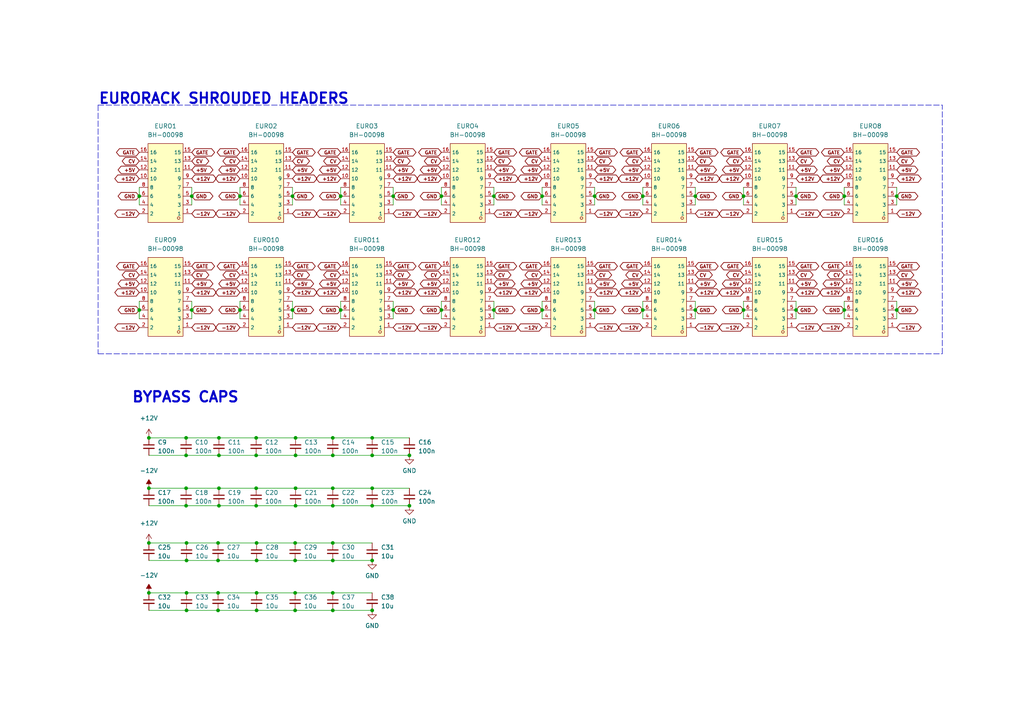
<source format=kicad_sch>
(kicad_sch (version 20211123) (generator eeschema)
  (paper "A4")
  (junction (at 118.745 132.08))
  (junction (at 63.246 162.56))
  (junction (at 96.52 146.685))
  (junction (at 230.886 89.916))
  (junction (at 96.52 127))
  (junction (at 85.598 162.56))
  (junction (at 74.422 162.56))
  (junction (at 143.256 89.916))
  (junction (at 53.975 141.605))
  (junction (at 85.725 127))
  (junction (at 63.5 132.08))
  (junction (at 74.295 132.08))
  (junction (at 63.5 127))
  (junction (at 85.725 132.08))
  (junction (at 98.806 56.896))
  (junction (at 215.646 89.916))
  (junction (at 54.102 162.56))
  (junction (at 40.386 56.896))
  (junction (at 63.246 157.48))
  (junction (at 107.95 127))
  (junction (at 43.18 171.958))
  (junction (at 84.836 56.896))
  (junction (at 114.046 89.916))
  (junction (at 96.52 141.605))
  (junction (at 118.745 146.685))
  (junction (at 74.422 157.48))
  (junction (at 43.18 141.605))
  (junction (at 53.975 127))
  (junction (at 85.598 157.48))
  (junction (at 53.975 146.685))
  (junction (at 107.95 141.605))
  (junction (at 54.102 157.48))
  (junction (at 107.95 177.038))
  (junction (at 98.806 89.916))
  (junction (at 215.646 56.896))
  (junction (at 230.886 56.896))
  (junction (at 85.598 177.038))
  (junction (at 74.422 171.958))
  (junction (at 43.18 157.48))
  (junction (at 54.102 171.958))
  (junction (at 85.598 171.958))
  (junction (at 74.422 177.038))
  (junction (at 96.52 177.038))
  (junction (at 201.676 56.896))
  (junction (at 107.95 146.685))
  (junction (at 260.096 56.896))
  (junction (at 143.256 56.896))
  (junction (at 186.436 89.916))
  (junction (at 128.016 89.916))
  (junction (at 96.52 162.56))
  (junction (at 74.295 146.685))
  (junction (at 43.18 127))
  (junction (at 74.295 127))
  (junction (at 201.676 89.916))
  (junction (at 63.5 141.605))
  (junction (at 53.975 132.08))
  (junction (at 128.016 56.896))
  (junction (at 55.626 89.916))
  (junction (at 40.386 89.916))
  (junction (at 157.226 89.916))
  (junction (at 96.52 132.08))
  (junction (at 85.725 146.685))
  (junction (at 107.95 132.08))
  (junction (at 96.52 157.48))
  (junction (at 172.466 56.896))
  (junction (at 55.626 56.896))
  (junction (at 69.596 56.896))
  (junction (at 186.436 56.896))
  (junction (at 84.836 89.916))
  (junction (at 244.856 89.916))
  (junction (at 244.856 56.896))
  (junction (at 74.295 141.605))
  (junction (at 96.52 171.958))
  (junction (at 63.5 146.685))
  (junction (at 114.046 56.896))
  (junction (at 54.102 177.038))
  (junction (at 85.725 141.605))
  (junction (at 260.096 89.916))
  (junction (at 63.246 177.038))
  (junction (at 107.95 162.56))
  (junction (at 172.466 89.916))
  (junction (at 157.226 56.896))
  (junction (at 63.246 171.958))
  (junction (at 69.596 89.916))
  (wire (pts (xy 74.422 177.038) (xy 85.598 177.038)))
  (wire (pts (xy 63.5 141.605) (xy 74.295 141.605)))
  (wire (pts (xy 63.246 157.48) (xy 74.422 157.48)))
  (wire (pts (xy 53.975 141.605) (xy 63.5 141.605)))
  (wire (pts (xy 157.226 87.376) (xy 157.226 89.916)))
  (wire (pts (xy 114.046 56.896) (xy 114.046 59.436)))
  (polyline (pts (xy 273.304 102.616) (xy 273.304 30.48)))
  (wire (pts (xy 84.836 89.916) (xy 84.836 92.456)))
  (wire (pts (xy 85.725 127) (xy 96.52 127)))
  (wire (pts (xy 54.102 162.56) (xy 63.246 162.56)))
  (wire (pts (xy 143.256 56.896) (xy 143.256 59.436)))
  (wire (pts (xy 107.95 127) (xy 118.745 127)))
  (wire (pts (xy 96.52 177.038) (xy 107.95 177.038)))
  (wire (pts (xy 128.016 87.376) (xy 128.016 89.916)))
  (wire (pts (xy 215.646 54.356) (xy 215.646 56.896)))
  (wire (pts (xy 40.386 54.356) (xy 40.386 56.896)))
  (wire (pts (xy 54.102 157.48) (xy 63.246 157.48)))
  (wire (pts (xy 85.598 171.958) (xy 96.52 171.958)))
  (polyline (pts (xy 28.448 30.48) (xy 273.304 30.48)))
  (wire (pts (xy 74.422 157.48) (xy 85.598 157.48)))
  (wire (pts (xy 107.95 132.08) (xy 118.745 132.08)))
  (wire (pts (xy 128.016 56.896) (xy 128.016 59.436)))
  (wire (pts (xy 215.646 89.916) (xy 215.646 92.456)))
  (wire (pts (xy 143.256 87.376) (xy 143.256 89.916)))
  (wire (pts (xy 63.5 132.08) (xy 74.295 132.08)))
  (wire (pts (xy 43.18 157.48) (xy 54.102 157.48)))
  (wire (pts (xy 98.806 89.916) (xy 98.806 92.456)))
  (wire (pts (xy 260.096 54.356) (xy 260.096 56.896)))
  (wire (pts (xy 43.18 132.08) (xy 53.975 132.08)))
  (wire (pts (xy 69.596 89.916) (xy 69.596 92.456)))
  (wire (pts (xy 157.226 89.916) (xy 157.226 92.456)))
  (wire (pts (xy 63.246 162.56) (xy 74.422 162.56)))
  (wire (pts (xy 54.102 171.958) (xy 63.246 171.958)))
  (wire (pts (xy 40.386 87.376) (xy 40.386 89.916)))
  (wire (pts (xy 43.18 146.685) (xy 53.975 146.685)))
  (wire (pts (xy 96.52 141.605) (xy 107.95 141.605)))
  (wire (pts (xy 186.436 56.896) (xy 186.436 59.436)))
  (wire (pts (xy 74.422 162.56) (xy 85.598 162.56)))
  (wire (pts (xy 215.646 87.376) (xy 215.646 89.916)))
  (wire (pts (xy 230.886 87.376) (xy 230.886 89.916)))
  (wire (pts (xy 186.436 54.356) (xy 186.436 56.896)))
  (wire (pts (xy 63.246 171.958) (xy 74.422 171.958)))
  (wire (pts (xy 40.386 89.916) (xy 40.386 92.456)))
  (wire (pts (xy 96.52 162.56) (xy 107.95 162.56)))
  (wire (pts (xy 244.856 56.896) (xy 244.856 59.436)))
  (wire (pts (xy 143.256 54.356) (xy 143.256 56.896)))
  (wire (pts (xy 96.52 171.958) (xy 107.95 171.958)))
  (wire (pts (xy 107.95 146.685) (xy 118.745 146.685)))
  (wire (pts (xy 84.836 54.356) (xy 84.836 56.896)))
  (wire (pts (xy 84.836 87.376) (xy 84.836 89.916)))
  (wire (pts (xy 143.256 89.916) (xy 143.256 92.456)))
  (wire (pts (xy 43.18 177.038) (xy 54.102 177.038)))
  (polyline (pts (xy 28.448 102.616) (xy 273.304 102.616)))
  (wire (pts (xy 260.096 56.896) (xy 260.096 59.436)))
  (wire (pts (xy 54.102 177.038) (xy 63.246 177.038)))
  (wire (pts (xy 128.016 54.356) (xy 128.016 56.896)))
  (wire (pts (xy 157.226 56.896) (xy 157.226 59.436)))
  (wire (pts (xy 69.596 56.896) (xy 69.596 59.436)))
  (wire (pts (xy 230.886 89.916) (xy 230.886 92.456)))
  (wire (pts (xy 114.046 54.356) (xy 114.046 56.896)))
  (wire (pts (xy 96.52 132.08) (xy 107.95 132.08)))
  (wire (pts (xy 74.295 141.605) (xy 85.725 141.605)))
  (wire (pts (xy 128.016 89.916) (xy 128.016 92.456)))
  (wire (pts (xy 43.18 141.605) (xy 53.975 141.605)))
  (wire (pts (xy 43.18 162.56) (xy 54.102 162.56)))
  (wire (pts (xy 55.626 89.916) (xy 55.626 92.456)))
  (wire (pts (xy 69.596 54.356) (xy 69.596 56.896)))
  (wire (pts (xy 43.18 127) (xy 53.975 127)))
  (wire (pts (xy 96.52 157.48) (xy 107.95 157.48)))
  (wire (pts (xy 201.676 54.356) (xy 201.676 56.896)))
  (wire (pts (xy 85.598 177.038) (xy 96.52 177.038)))
  (wire (pts (xy 55.626 87.376) (xy 55.626 89.916)))
  (wire (pts (xy 53.975 146.685) (xy 63.5 146.685)))
  (wire (pts (xy 172.466 56.896) (xy 172.466 59.436)))
  (wire (pts (xy 244.856 89.916) (xy 244.856 92.456)))
  (wire (pts (xy 55.626 56.896) (xy 55.626 59.436)))
  (wire (pts (xy 85.725 141.605) (xy 96.52 141.605)))
  (wire (pts (xy 114.046 89.916) (xy 114.046 92.456)))
  (wire (pts (xy 74.295 132.08) (xy 85.725 132.08)))
  (wire (pts (xy 53.975 132.08) (xy 63.5 132.08)))
  (wire (pts (xy 98.806 54.356) (xy 98.806 56.896)))
  (wire (pts (xy 74.295 127) (xy 85.725 127)))
  (wire (pts (xy 230.886 56.896) (xy 230.886 59.436)))
  (wire (pts (xy 85.725 132.08) (xy 96.52 132.08)))
  (wire (pts (xy 69.596 87.376) (xy 69.596 89.916)))
  (wire (pts (xy 172.466 87.376) (xy 172.466 89.916)))
  (wire (pts (xy 244.856 54.356) (xy 244.856 56.896)))
  (wire (pts (xy 260.096 87.376) (xy 260.096 89.916)))
  (wire (pts (xy 201.676 56.896) (xy 201.676 59.436)))
  (wire (pts (xy 96.52 127) (xy 107.95 127)))
  (wire (pts (xy 157.226 54.356) (xy 157.226 56.896)))
  (wire (pts (xy 74.422 171.958) (xy 85.598 171.958)))
  (wire (pts (xy 244.856 87.376) (xy 244.856 89.916)))
  (wire (pts (xy 186.436 89.916) (xy 186.436 92.456)))
  (wire (pts (xy 85.598 157.48) (xy 96.52 157.48)))
  (wire (pts (xy 186.436 87.376) (xy 186.436 89.916)))
  (wire (pts (xy 85.598 162.56) (xy 96.52 162.56)))
  (wire (pts (xy 201.676 89.916) (xy 201.676 92.456)))
  (wire (pts (xy 215.646 56.896) (xy 215.646 59.436)))
  (wire (pts (xy 40.386 56.896) (xy 40.386 59.436)))
  (wire (pts (xy 172.466 89.916) (xy 172.466 92.456)))
  (wire (pts (xy 230.886 54.356) (xy 230.886 56.896)))
  (wire (pts (xy 201.676 87.376) (xy 201.676 89.916)))
  (wire (pts (xy 84.836 56.896) (xy 84.836 59.436)))
  (wire (pts (xy 85.725 146.685) (xy 96.52 146.685)))
  (wire (pts (xy 98.806 87.376) (xy 98.806 89.916)))
  (wire (pts (xy 172.466 54.356) (xy 172.466 56.896)))
  (wire (pts (xy 63.5 146.685) (xy 74.295 146.685)))
  (wire (pts (xy 114.046 87.376) (xy 114.046 89.916)))
  (wire (pts (xy 43.18 171.958) (xy 54.102 171.958)))
  (wire (pts (xy 53.975 127) (xy 63.5 127)))
  (wire (pts (xy 260.096 89.916) (xy 260.096 92.456)))
  (wire (pts (xy 74.295 146.685) (xy 85.725 146.685)))
  (wire (pts (xy 98.806 56.896) (xy 98.806 59.436)))
  (polyline (pts (xy 28.448 30.48) (xy 28.448 102.616)))
  (wire (pts (xy 63.5 127) (xy 74.295 127)))
  (wire (pts (xy 96.52 146.685) (xy 107.95 146.685)))
  (wire (pts (xy 107.95 141.605) (xy 118.745 141.605)))
  (wire (pts (xy 63.246 177.038) (xy 74.422 177.038)))
  (wire (pts (xy 55.626 54.356) (xy 55.626 56.896)))
  (text "EURORACK SHROUDED HEADERS" (at 28.448 30.48 0) (effects (font (size 3 3) (thickness 0.6) bold) (justify left bottom)))
  (text "BYPASS CAPS" (at 38.1 117.094 0) (effects (font (size 3 3) (thickness 0.6) bold) (justify left bottom)))
  (global_label "GND" (shape bidirectional) (at 69.596 89.916 180) (effects (font (size 1 1) bold)) (property "Intersheet References" "${INTERSHEET_REFS}" (effects hide)))
  (global_label "GND" (shape bidirectional) (at 201.676 56.896 0) (effects (font (size 1 1) bold)) (property "Intersheet References" "${INTERSHEET_REFS}" (effects hide)))
  (global_label "+5V" (shape bidirectional) (at 114.046 82.296 0) (effects (font (size 1 1) bold)) (property "Intersheet References" "${INTERSHEET_REFS}" (effects hide)))
  (global_label "-12V" (shape bidirectional) (at 40.386 61.976 180) (effects (font (size 1 1) (thickness 0.2) bold)) (property "Intersheet References" "${INTERSHEET_REFS}" (effects hide)))
  (global_label "-12V" (shape bidirectional) (at 186.436 61.976 180) (effects (font (size 1 1) (thickness 0.2) bold)) (property "Intersheet References" "${INTERSHEET_REFS}" (effects hide)))
  (global_label "GND" (shape bidirectional) (at 128.016 89.916 180) (effects (font (size 1 1) bold)) (property "Intersheet References" "${INTERSHEET_REFS}" (effects hide)))
  (global_label "CV" (shape bidirectional) (at 40.386 46.736 180) (effects (font (size 1 1) bold)) (property "Intersheet References" "${INTERSHEET_REFS}" (effects hide)))
  (global_label "-12V" (shape bidirectional) (at 128.016 61.976 180) (effects (font (size 1 1) (thickness 0.2) bold)) (property "Intersheet References" "${INTERSHEET_REFS}" (effects hide)))
  (global_label "GND" (shape bidirectional) (at 84.836 89.916 0) (effects (font (size 1 1) bold)) (property "Intersheet References" "${INTERSHEET_REFS}" (effects hide)))
  (global_label "GND" (shape bidirectional) (at 55.626 89.916 0) (effects (font (size 1 1) bold)) (property "Intersheet References" "${INTERSHEET_REFS}" (effects hide)))
  (global_label "-12V" (shape bidirectional) (at 69.596 61.976 180) (effects (font (size 1 1) (thickness 0.2) bold)) (property "Intersheet References" "${INTERSHEET_REFS}" (effects hide)))
  (global_label "GND" (shape bidirectional) (at 40.386 56.896 180) (effects (font (size 1 1) bold)) (property "Intersheet References" "${INTERSHEET_REFS}" (effects hide)))
  (global_label "GND" (shape bidirectional) (at 84.836 56.896 0) (effects (font (size 1 1) bold)) (property "Intersheet References" "${INTERSHEET_REFS}" (effects hide)))
  (global_label "GND" (shape bidirectional) (at 69.596 56.896 180) (effects (font (size 1 1) bold)) (property "Intersheet References" "${INTERSHEET_REFS}" (effects hide)))
  (global_label "CV" (shape bidirectional) (at 128.016 79.756 180) (effects (font (size 1 1) bold)) (property "Intersheet References" "${INTERSHEET_REFS}" (effects hide)))
  (global_label "GND" (shape bidirectional) (at 55.626 56.896 0) (effects (font (size 1 1) bold)) (property "Intersheet References" "${INTERSHEET_REFS}" (effects hide)))
  (global_label "+5V" (shape bidirectional) (at 114.046 49.276 0) (effects (font (size 1 1) bold)) (property "Intersheet References" "${INTERSHEET_REFS}" (effects hide)))
  (global_label "GND" (shape bidirectional) (at 114.046 89.916 0) (effects (font (size 1 1) bold)) (property "Intersheet References" "${INTERSHEET_REFS}" (effects hide)))
  (global_label "GATE" (shape bidirectional) (at 186.436 44.196 180) (effects (font (size 1 1) bold)) (property "Intersheet References" "${INTERSHEET_REFS}" (effects hide)))
  (global_label "+5V" (shape bidirectional) (at 69.596 49.276 180) (effects (font (size 1 1) bold)) (property "Intersheet References" "${INTERSHEET_REFS}" (effects hide)))
  (global_label "+12V" (shape bidirectional) (at 215.646 51.816 180) (effects (font (size 1 1) bold)) (property "Intersheet References" "${INTERSHEET_REFS}" (effects hide)))
  (global_label "CV" (shape bidirectional) (at 40.386 79.756 180) (effects (font (size 1 1) bold)) (property "Intersheet References" "${INTERSHEET_REFS}" (effects hide)))
  (global_label "+12V" (shape bidirectional) (at 244.856 51.816 180) (effects (font (size 1 1) bold)) (property "Intersheet References" "${INTERSHEET_REFS}" (effects hide)))
  (global_label "-12V" (shape bidirectional) (at 128.016 94.996 180) (effects (font (size 1 1) (thickness 0.2) bold)) (property "Intersheet References" "${INTERSHEET_REFS}" (effects hide)))
  (global_label "+12V" (shape bidirectional) (at 157.226 51.816 180) (effects (font (size 1 1) bold)) (property "Intersheet References" "${INTERSHEET_REFS}" (effects hide)))
  (global_label "+5V" (shape bidirectional) (at 128.016 82.296 180) (effects (font (size 1 1) bold)) (property "Intersheet References" "${INTERSHEET_REFS}" (effects hide)))
  (global_label "+12V" (shape bidirectional) (at 172.466 51.816 0) (effects (font (size 1 1) bold)) (property "Intersheet References" "${INTERSHEET_REFS}" (effects hide)))
  (global_label "-12V" (shape bidirectional) (at 157.226 94.996 180) (effects (font (size 1 1) (thickness 0.2) bold)) (property "Intersheet References" "${INTERSHEET_REFS}" (effects hide)))
  (global_label "GATE" (shape bidirectional) (at 157.226 77.216 180) (effects (font (size 1 1) bold)) (property "Intersheet References" "${INTERSHEET_REFS}" (effects hide)))
  (global_label "-12V" (shape bidirectional) (at 143.256 94.996 0) (effects (font (size 1 1) (thickness 0.2) bold)) (property "Intersheet References" "${INTERSHEET_REFS}" (effects hide)))
  (global_label "-12V" (shape bidirectional) (at 244.856 61.976 180) (effects (font (size 1 1) (thickness 0.2) bold)) (property "Intersheet References" "${INTERSHEET_REFS}" (effects hide)))
  (global_label "+12V" (shape bidirectional) (at 143.256 51.816 0) (effects (font (size 1 1) bold)) (property "Intersheet References" "${INTERSHEET_REFS}" (effects hide)))
  (global_label "+5V" (shape bidirectional) (at 40.386 82.296 180) (effects (font (size 1 1) bold)) (property "Intersheet References" "${INTERSHEET_REFS}" (effects hide)))
  (global_label "+5V" (shape bidirectional) (at 244.856 82.296 180) (effects (font (size 1 1) bold)) (property "Intersheet References" "${INTERSHEET_REFS}" (effects hide)))
  (global_label "-12V" (shape bidirectional) (at 230.886 94.996 0) (effects (font (size 1 1) (thickness 0.2) bold)) (property "Intersheet References" "${INTERSHEET_REFS}" (effects hide)))
  (global_label "GATE" (shape bidirectional) (at 40.386 77.216 180) (effects (font (size 1 1) bold)) (property "Intersheet References" "${INTERSHEET_REFS}" (effects hide)))
  (global_label "+12V" (shape bidirectional) (at 55.626 51.816 0) (effects (font (size 1 1) bold)) (property "Intersheet References" "${INTERSHEET_REFS}" (effects hide)))
  (global_label "+5V" (shape bidirectional) (at 84.836 49.276 0) (effects (font (size 1 1) bold)) (property "Intersheet References" "${INTERSHEET_REFS}" (effects hide)))
  (global_label "-12V" (shape bidirectional) (at 201.676 61.976 0) (effects (font (size 1 1) (thickness 0.2) bold)) (property "Intersheet References" "${INTERSHEET_REFS}" (effects hide)))
  (global_label "GND" (shape bidirectional) (at 40.386 89.916 180) (effects (font (size 1 1) bold)) (property "Intersheet References" "${INTERSHEET_REFS}" (effects hide)))
  (global_label "GND" (shape bidirectional) (at 215.646 89.916 180) (effects (font (size 1 1) bold)) (property "Intersheet References" "${INTERSHEET_REFS}" (effects hide)))
  (global_label "GND" (shape bidirectional) (at 143.256 89.916 0) (effects (font (size 1 1) bold)) (property "Intersheet References" "${INTERSHEET_REFS}" (effects hide)))
  (global_label "CV" (shape bidirectional) (at 128.016 46.736 180) (effects (font (size 1 1) bold)) (property "Intersheet References" "${INTERSHEET_REFS}" (effects hide)))
  (global_label "GATE" (shape bidirectional) (at 244.856 77.216 180) (effects (font (size 1 1) bold)) (property "Intersheet References" "${INTERSHEET_REFS}" (effects hide)))
  (global_label "+12V" (shape bidirectional) (at 215.646 84.836 180) (effects (font (size 1 1) bold)) (property "Intersheet References" "${INTERSHEET_REFS}" (effects hide)))
  (global_label "GATE" (shape bidirectional) (at 40.386 44.196 180) (effects (font (size 1 1) bold)) (property "Intersheet References" "${INTERSHEET_REFS}" (effects hide)))
  (global_label "+12V" (shape bidirectional) (at 157.226 84.836 180) (effects (font (size 1 1) bold)) (property "Intersheet References" "${INTERSHEET_REFS}" (effects hide)))
  (global_label "GND" (shape bidirectional) (at 230.886 89.916 0) (effects (font (size 1 1) bold)) (property "Intersheet References" "${INTERSHEET_REFS}" (effects hide)))
  (global_label "-12V" (shape bidirectional) (at 84.836 61.976 0) (effects (font (size 1 1) (thickness 0.2) bold)) (property "Intersheet References" "${INTERSHEET_REFS}" (effects hide)))
  (global_label "+5V" (shape bidirectional) (at 201.676 82.296 0) (effects (font (size 1 1) bold)) (property "Intersheet References" "${INTERSHEET_REFS}" (effects hide)))
  (global_label "CV" (shape bidirectional) (at 215.646 46.736 180) (effects (font (size 1 1) bold)) (property "Intersheet References" "${INTERSHEET_REFS}" (effects hide)))
  (global_label "GND" (shape bidirectional) (at 186.436 89.916 180) (effects (font (size 1 1) bold)) (property "Intersheet References" "${INTERSHEET_REFS}" (effects hide)))
  (global_label "GATE" (shape bidirectional) (at 143.256 77.216 0) (effects (font (size 1 1) bold)) (property "Intersheet References" "${INTERSHEET_REFS}" (effects hide)))
  (global_label "-12V" (shape bidirectional) (at 55.626 94.996 0) (effects (font (size 1 1) (thickness 0.2) bold)) (property "Intersheet References" "${INTERSHEET_REFS}" (effects hide)))
  (global_label "GND" (shape bidirectional) (at 215.646 56.896 180) (effects (font (size 1 1) bold)) (property "Intersheet References" "${INTERSHEET_REFS}" (effects hide)))
  (global_label "+5V" (shape bidirectional) (at 84.836 82.296 0) (effects (font (size 1 1) bold)) (property "Intersheet References" "${INTERSHEET_REFS}" (effects hide)))
  (global_label "GND" (shape bidirectional) (at 244.856 56.896 180) (effects (font (size 1 1) bold)) (property "Intersheet References" "${INTERSHEET_REFS}" (effects hide)))
  (global_label "+12V" (shape bidirectional) (at 186.436 84.836 180) (effects (font (size 1 1) bold)) (property "Intersheet References" "${INTERSHEET_REFS}" (effects hide)))
  (global_label "CV" (shape bidirectional) (at 143.256 46.736 0) (effects (font (size 1 1) bold)) (property "Intersheet References" "${INTERSHEET_REFS}" (effects hide)))
  (global_label "CV" (shape bidirectional) (at 186.436 79.756 180) (effects (font (size 1 1) bold)) (property "Intersheet References" "${INTERSHEET_REFS}" (effects hide)))
  (global_label "GND" (shape bidirectional) (at 260.096 56.896 0) (effects (font (size 1 1) bold)) (property "Intersheet References" "${INTERSHEET_REFS}" (effects hide)))
  (global_label "CV" (shape bidirectional) (at 244.856 79.756 180) (effects (font (size 1 1) bold)) (property "Intersheet References" "${INTERSHEET_REFS}" (effects hide)))
  (global_label "+5V" (shape bidirectional) (at 172.466 49.276 0) (effects (font (size 1 1) bold)) (property "Intersheet References" "${INTERSHEET_REFS}" (effects hide)))
  (global_label "GND" (shape bidirectional) (at 157.226 89.916 180) (effects (font (size 1 1) bold)) (property "Intersheet References" "${INTERSHEET_REFS}" (effects hide)))
  (global_label "CV" (shape bidirectional) (at 244.856 46.736 180) (effects (font (size 1 1) bold)) (property "Intersheet References" "${INTERSHEET_REFS}" (effects hide)))
  (global_label "CV" (shape bidirectional) (at 114.046 46.736 0) (effects (font (size 1 1) bold)) (property "Intersheet References" "${INTERSHEET_REFS}" (effects hide)))
  (global_label "-12V" (shape bidirectional) (at 157.226 61.976 180) (effects (font (size 1 1) (thickness 0.2) bold)) (property "Intersheet References" "${INTERSHEET_REFS}" (effects hide)))
  (global_label "GATE" (shape bidirectional) (at 172.466 77.216 0) (effects (font (size 1 1) bold)) (property "Intersheet References" "${INTERSHEET_REFS}" (effects hide)))
  (global_label "-12V" (shape bidirectional) (at 260.096 94.996 0) (effects (font (size 1 1) (thickness 0.2) bold)) (property "Intersheet References" "${INTERSHEET_REFS}" (effects hide)))
  (global_label "CV" (shape bidirectional) (at 201.676 79.756 0) (effects (font (size 1 1) bold)) (property "Intersheet References" "${INTERSHEET_REFS}" (effects hide)))
  (global_label "CV" (shape bidirectional) (at 69.596 79.756 180) (effects (font (size 1 1) bold)) (property "Intersheet References" "${INTERSHEET_REFS}" (effects hide)))
  (global_label "-12V" (shape bidirectional) (at 260.096 61.976 0) (effects (font (size 1 1) (thickness 0.2) bold)) (property "Intersheet References" "${INTERSHEET_REFS}" (effects hide)))
  (global_label "+5V" (shape bidirectional) (at 143.256 82.296 0) (effects (font (size 1 1) bold)) (property "Intersheet References" "${INTERSHEET_REFS}" (effects hide)))
  (global_label "+12V" (shape bidirectional) (at 114.046 51.816 0) (effects (font (size 1 1) bold)) (property "Intersheet References" "${INTERSHEET_REFS}" (effects hide)))
  (global_label "+5V" (shape bidirectional) (at 260.096 49.276 0) (effects (font (size 1 1) bold)) (property "Intersheet References" "${INTERSHEET_REFS}" (effects hide)))
  (global_label "+5V" (shape bidirectional) (at 244.856 49.276 180) (effects (font (size 1 1) bold)) (property "Intersheet References" "${INTERSHEET_REFS}" (effects hide)))
  (global_label "GND" (shape bidirectional) (at 98.806 89.916 180) (effects (font (size 1 1) bold)) (property "Intersheet References" "${INTERSHEET_REFS}" (effects hide)))
  (global_label "CV" (shape bidirectional) (at 260.096 79.756 0) (effects (font (size 1 1) bold)) (property "Intersheet References" "${INTERSHEET_REFS}" (effects hide)))
  (global_label "+5V" (shape bidirectional) (at 55.626 82.296 0) (effects (font (size 1 1) bold)) (property "Intersheet References" "${INTERSHEET_REFS}" (effects hide)))
  (global_label "+12V" (shape bidirectional) (at 244.856 84.836 180) (effects (font (size 1 1) bold)) (property "Intersheet References" "${INTERSHEET_REFS}" (effects hide)))
  (global_label "-12V" (shape bidirectional) (at 201.676 94.996 0) (effects (font (size 1 1) (thickness 0.2) bold)) (property "Intersheet References" "${INTERSHEET_REFS}" (effects hide)))
  (global_label "+12V" (shape bidirectional) (at 98.806 84.836 180) (effects (font (size 1 1) bold)) (property "Intersheet References" "${INTERSHEET_REFS}" (effects hide)))
  (global_label "GATE" (shape bidirectional) (at 143.256 44.196 0) (effects (font (size 1 1) bold)) (property "Intersheet References" "${INTERSHEET_REFS}" (effects hide)))
  (global_label "GATE" (shape bidirectional) (at 69.596 44.196 180) (effects (font (size 1 1) bold)) (property "Intersheet References" "${INTERSHEET_REFS}" (effects hide)))
  (global_label "+5V" (shape bidirectional) (at 215.646 49.276 180) (effects (font (size 1 1) bold)) (property "Intersheet References" "${INTERSHEET_REFS}" (effects hide)))
  (global_label "CV" (shape bidirectional) (at 143.256 79.756 0) (effects (font (size 1 1) bold)) (property "Intersheet References" "${INTERSHEET_REFS}" (effects hide)))
  (global_label "-12V" (shape bidirectional) (at 98.806 61.976 180) (effects (font (size 1 1) (thickness 0.2) bold)) (property "Intersheet References" "${INTERSHEET_REFS}" (effects hide)))
  (global_label "-12V" (shape bidirectional) (at 114.046 94.996 0) (effects (font (size 1 1) (thickness 0.2) bold)) (property "Intersheet References" "${INTERSHEET_REFS}" (effects hide)))
  (global_label "-12V" (shape bidirectional) (at 172.466 94.996 0) (effects (font (size 1 1) (thickness 0.2) bold)) (property "Intersheet References" "${INTERSHEET_REFS}" (effects hide)))
  (global_label "+12V" (shape bidirectional) (at 40.386 84.836 180) (effects (font (size 1 1) bold)) (property "Intersheet References" "${INTERSHEET_REFS}" (effects hide)))
  (global_label "GND" (shape bidirectional) (at 260.096 89.916 0) (effects (font (size 1 1) bold)) (property "Intersheet References" "${INTERSHEET_REFS}" (effects hide)))
  (global_label "GATE" (shape bidirectional) (at 172.466 44.196 0) (effects (font (size 1 1) bold)) (property "Intersheet References" "${INTERSHEET_REFS}" (effects hide)))
  (global_label "GATE" (shape bidirectional) (at 69.596 77.216 180) (effects (font (size 1 1) bold)) (property "Intersheet References" "${INTERSHEET_REFS}" (effects hide)))
  (global_label "+12V" (shape bidirectional) (at 84.836 84.836 0) (effects (font (size 1 1) bold)) (property "Intersheet References" "${INTERSHEET_REFS}" (effects hide)))
  (global_label "+5V" (shape bidirectional) (at 98.806 49.276 180) (effects (font (size 1 1) bold)) (property "Intersheet References" "${INTERSHEET_REFS}" (effects hide)))
  (global_label "GATE" (shape bidirectional) (at 84.836 77.216 0) (effects (font (size 1 1) bold)) (property "Intersheet References" "${INTERSHEET_REFS}" (effects hide)))
  (global_label "GND" (shape bidirectional) (at 98.806 56.896 180) (effects (font (size 1 1) bold)) (property "Intersheet References" "${INTERSHEET_REFS}" (effects hide)))
  (global_label "+5V" (shape bidirectional) (at 143.256 49.276 0) (effects (font (size 1 1) bold)) (property "Intersheet References" "${INTERSHEET_REFS}" (effects hide)))
  (global_label "+5V" (shape bidirectional) (at 260.096 82.296 0) (effects (font (size 1 1) bold)) (property "Intersheet References" "${INTERSHEET_REFS}" (effects hide)))
  (global_label "+5V" (shape bidirectional) (at 40.386 49.276 180) (effects (font (size 1 1) bold)) (property "Intersheet References" "${INTERSHEET_REFS}" (effects hide)))
  (global_label "GND" (shape bidirectional) (at 172.466 56.896 0) (effects (font (size 1 1) bold)) (property "Intersheet References" "${INTERSHEET_REFS}" (effects hide)))
  (global_label "+12V" (shape bidirectional) (at 128.016 84.836 180) (effects (font (size 1 1) bold)) (property "Intersheet References" "${INTERSHEET_REFS}" (effects hide)))
  (global_label "GATE" (shape bidirectional) (at 260.096 77.216 0) (effects (font (size 1 1) bold)) (property "Intersheet References" "${INTERSHEET_REFS}" (effects hide)))
  (global_label "-12V" (shape bidirectional) (at 55.626 61.976 0) (effects (font (size 1 1) (thickness 0.2) bold)) (property "Intersheet References" "${INTERSHEET_REFS}" (effects hide)))
  (global_label "+12V" (shape bidirectional) (at 128.016 51.816 180) (effects (font (size 1 1) bold)) (property "Intersheet References" "${INTERSHEET_REFS}" (effects hide)))
  (global_label "GATE" (shape bidirectional) (at 55.626 77.216 0) (effects (font (size 1 1) bold)) (property "Intersheet References" "${INTERSHEET_REFS}" (effects hide)))
  (global_label "-12V" (shape bidirectional) (at 84.836 94.996 0) (effects (font (size 1 1) (thickness 0.2) bold)) (property "Intersheet References" "${INTERSHEET_REFS}" (effects hide)))
  (global_label "CV" (shape bidirectional) (at 172.466 46.736 0) (effects (font (size 1 1) bold)) (property "Intersheet References" "${INTERSHEET_REFS}" (effects hide)))
  (global_label "CV" (shape bidirectional) (at 69.596 46.736 180) (effects (font (size 1 1) bold)) (property "Intersheet References" "${INTERSHEET_REFS}" (effects hide)))
  (global_label "GATE" (shape bidirectional) (at 98.806 77.216 180) (effects (font (size 1 1) bold)) (property "Intersheet References" "${INTERSHEET_REFS}" (effects hide)))
  (global_label "CV" (shape bidirectional) (at 55.626 46.736 0) (effects (font (size 1 1) bold)) (property "Intersheet References" "${INTERSHEET_REFS}" (effects hide)))
  (global_label "GATE" (shape bidirectional) (at 114.046 77.216 0) (effects (font (size 1 1) bold)) (property "Intersheet References" "${INTERSHEET_REFS}" (effects hide)))
  (global_label "CV" (shape bidirectional) (at 84.836 79.756 0) (effects (font (size 1 1) bold)) (property "Intersheet References" "${INTERSHEET_REFS}" (effects hide)))
  (global_label "CV" (shape bidirectional) (at 230.886 79.756 0) (effects (font (size 1 1) bold)) (property "Intersheet References" "${INTERSHEET_REFS}" (effects hide)))
  (global_label "CV" (shape bidirectional) (at 98.806 79.756 180) (effects (font (size 1 1) bold)) (property "Intersheet References" "${INTERSHEET_REFS}" (effects hide)))
  (global_label "GATE" (shape bidirectional) (at 186.436 77.216 180) (effects (font (size 1 1) bold)) (property "Intersheet References" "${INTERSHEET_REFS}" (effects hide)))
  (global_label "+12V" (shape bidirectional) (at 55.626 84.836 0) (effects (font (size 1 1) bold)) (property "Intersheet References" "${INTERSHEET_REFS}" (effects hide)))
  (global_label "GND" (shape bidirectional) (at 128.016 56.896 180) (effects (font (size 1 1) bold)) (property "Intersheet References" "${INTERSHEET_REFS}" (effects hide)))
  (global_label "GND" (shape bidirectional) (at 244.856 89.916 180) (effects (font (size 1 1) bold)) (property "Intersheet References" "${INTERSHEET_REFS}" (effects hide)))
  (global_label "CV" (shape bidirectional) (at 55.626 79.756 0) (effects (font (size 1 1) bold)) (property "Intersheet References" "${INTERSHEET_REFS}" (effects hide)))
  (global_label "+5V" (shape bidirectional) (at 186.436 49.276 180) (effects (font (size 1 1) bold)) (property "Intersheet References" "${INTERSHEET_REFS}" (effects hide)))
  (global_label "CV" (shape bidirectional) (at 260.096 46.736 0) (effects (font (size 1 1) bold)) (property "Intersheet References" "${INTERSHEET_REFS}" (effects hide)))
  (global_label "+5V" (shape bidirectional) (at 157.226 82.296 180) (effects (font (size 1 1) bold)) (property "Intersheet References" "${INTERSHEET_REFS}" (effects hide)))
  (global_label "+5V" (shape bidirectional) (at 157.226 49.276 180) (effects (font (size 1 1) bold)) (property "Intersheet References" "${INTERSHEET_REFS}" (effects hide)))
  (global_label "GATE" (shape bidirectional) (at 201.676 77.216 0) (effects (font (size 1 1) bold)) (property "Intersheet References" "${INTERSHEET_REFS}" (effects hide)))
  (global_label "+12V" (shape bidirectional) (at 69.596 51.816 180) (effects (font (size 1 1) bold)) (property "Intersheet References" "${INTERSHEET_REFS}" (effects hide)))
  (global_label "CV" (shape bidirectional) (at 98.806 46.736 180) (effects (font (size 1 1) bold)) (property "Intersheet References" "${INTERSHEET_REFS}" (effects hide)))
  (global_label "+5V" (shape bidirectional) (at 230.886 49.276 0) (effects (font (size 1 1) bold)) (property "Intersheet References" "${INTERSHEET_REFS}" (effects hide)))
  (global_label "-12V" (shape bidirectional) (at 215.646 61.976 180) (effects (font (size 1 1) (thickness 0.2) bold)) (property "Intersheet References" "${INTERSHEET_REFS}" (effects hide)))
  (global_label "+5V" (shape bidirectional) (at 128.016 49.276 180) (effects (font (size 1 1) bold)) (property "Intersheet References" "${INTERSHEET_REFS}" (effects hide)))
  (global_label "+12V" (shape bidirectional) (at 114.046 84.836 0) (effects (font (size 1 1) bold)) (property "Intersheet References" "${INTERSHEET_REFS}" (effects hide)))
  (global_label "GND" (shape bidirectional) (at 186.436 56.896 180) (effects (font (size 1 1) bold)) (property "Intersheet References" "${INTERSHEET_REFS}" (effects hide)))
  (global_label "+12V" (shape bidirectional) (at 260.096 84.836 0) (effects (font (size 1 1) bold)) (property "Intersheet References" "${INTERSHEET_REFS}" (effects hide)))
  (global_label "GATE" (shape bidirectional) (at 128.016 44.196 180) (effects (font (size 1 1) bold)) (property "Intersheet References" "${INTERSHEET_REFS}" (effects hide)))
  (global_label "-12V" (shape bidirectional) (at 172.466 61.976 0) (effects (font (size 1 1) (thickness 0.2) bold)) (property "Intersheet References" "${INTERSHEET_REFS}" (effects hide)))
  (global_label "CV" (shape bidirectional) (at 230.886 46.736 0) (effects (font (size 1 1) bold)) (property "Intersheet References" "${INTERSHEET_REFS}" (effects hide)))
  (global_label "+5V" (shape bidirectional) (at 186.436 82.296 180) (effects (font (size 1 1) bold)) (property "Intersheet References" "${INTERSHEET_REFS}" (effects hide)))
  (global_label "GATE" (shape bidirectional) (at 98.806 44.196 180) (effects (font (size 1 1) bold)) (property "Intersheet References" "${INTERSHEET_REFS}" (effects hide)))
  (global_label "GATE" (shape bidirectional) (at 157.226 44.196 180) (effects (font (size 1 1) bold)) (property "Intersheet References" "${INTERSHEET_REFS}" (effects hide)))
  (global_label "-12V" (shape bidirectional) (at 186.436 94.996 180) (effects (font (size 1 1) (thickness 0.2) bold)) (property "Intersheet References" "${INTERSHEET_REFS}" (effects hide)))
  (global_label "+12V" (shape bidirectional) (at 40.386 51.816 180) (effects (font (size 1 1) bold)) (property "Intersheet References" "${INTERSHEET_REFS}" (effects hide)))
  (global_label "GATE" (shape bidirectional) (at 230.886 44.196 0) (effects (font (size 1 1) bold)) (property "Intersheet References" "${INTERSHEET_REFS}" (effects hide)))
  (global_label "CV" (shape bidirectional) (at 172.466 79.756 0) (effects (font (size 1 1) bold)) (property "Intersheet References" "${INTERSHEET_REFS}" (effects hide)))
  (global_label "+12V" (shape bidirectional) (at 260.096 51.816 0) (effects (font (size 1 1) bold)) (property "Intersheet References" "${INTERSHEET_REFS}" (effects hide)))
  (global_label "+12V" (shape bidirectional) (at 84.836 51.816 0) (effects (font (size 1 1) bold)) (property "Intersheet References" "${INTERSHEET_REFS}" (effects hide)))
  (global_label "+5V" (shape bidirectional) (at 172.466 82.296 0) (effects (font (size 1 1) bold)) (property "Intersheet References" "${INTERSHEET_REFS}" (effects hide)))
  (global_label "GND" (shape bidirectional) (at 114.046 56.896 0) (effects (font (size 1 1) bold)) (property "Intersheet References" "${INTERSHEET_REFS}" (effects hide)))
  (global_label "GATE" (shape bidirectional) (at 215.646 44.196 180) (effects (font (size 1 1) bold)) (property "Intersheet References" "${INTERSHEET_REFS}" (effects hide)))
  (global_label "-12V" (shape bidirectional) (at 215.646 94.996 180) (effects (font (size 1 1) (thickness 0.2) bold)) (property "Intersheet References" "${INTERSHEET_REFS}" (effects hide)))
  (global_label "GND" (shape bidirectional) (at 201.676 89.916 0) (effects (font (size 1 1) bold)) (property "Intersheet References" "${INTERSHEET_REFS}" (effects hide)))
  (global_label "GATE" (shape bidirectional) (at 84.836 44.196 0) (effects (font (size 1 1) bold)) (property "Intersheet References" "${INTERSHEET_REFS}" (effects hide)))
  (global_label "-12V" (shape bidirectional) (at 244.856 94.996 180) (effects (font (size 1 1) (thickness 0.2) bold)) (property "Intersheet References" "${INTERSHEET_REFS}" (effects hide)))
  (global_label "+12V" (shape bidirectional) (at 230.886 51.816 0) (effects (font (size 1 1) bold)) (property "Intersheet References" "${INTERSHEET_REFS}" (effects hide)))
  (global_label "CV" (shape bidirectional) (at 201.676 46.736 0) (effects (font (size 1 1) bold)) (property "Intersheet References" "${INTERSHEET_REFS}" (effects hide)))
  (global_label "+5V" (shape bidirectional) (at 201.676 49.276 0) (effects (font (size 1 1) bold)) (property "Intersheet References" "${INTERSHEET_REFS}" (effects hide)))
  (global_label "+5V" (shape bidirectional) (at 69.596 82.296 180) (effects (font (size 1 1) bold)) (property "Intersheet References" "${INTERSHEET_REFS}" (effects hide)))
  (global_label "GND" (shape bidirectional) (at 157.226 56.896 180) (effects (font (size 1 1) bold)) (property "Intersheet References" "${INTERSHEET_REFS}" (effects hide)))
  (global_label "CV" (shape bidirectional) (at 157.226 79.756 180) (effects (font (size 1 1) bold)) (property "Intersheet References" "${INTERSHEET_REFS}" (effects hide)))
  (global_label "+12V" (shape bidirectional) (at 186.436 51.816 180) (effects (font (size 1 1) bold)) (property "Intersheet References" "${INTERSHEET_REFS}" (effects hide)))
  (global_label "+12V" (shape bidirectional) (at 143.256 84.836 0) (effects (font (size 1 1) bold)) (property "Intersheet References" "${INTERSHEET_REFS}" (effects hide)))
  (global_label "GATE" (shape bidirectional) (at 244.856 44.196 180) (effects (font (size 1 1) bold)) (property "Intersheet References" "${INTERSHEET_REFS}" (effects hide)))
  (global_label "CV" (shape bidirectional) (at 84.836 46.736 0) (effects (font (size 1 1) bold)) (property "Intersheet References" "${INTERSHEET_REFS}" (effects hide)))
  (global_label "+12V" (shape bidirectional) (at 201.676 84.836 0) (effects (font (size 1 1) bold)) (property "Intersheet References" "${INTERSHEET_REFS}" (effects hide)))
  (global_label "CV" (shape bidirectional) (at 114.046 79.756 0) (effects (font (size 1 1) bold)) (property "Intersheet References" "${INTERSHEET_REFS}" (effects hide)))
  (global_label "-12V" (shape bidirectional) (at 143.256 61.976 0) (effects (font (size 1 1) (thickness 0.2) bold)) (property "Intersheet References" "${INTERSHEET_REFS}" (effects hide)))
  (global_label "GATE" (shape bidirectional) (at 128.016 77.216 180) (effects (font (size 1 1) bold)) (property "Intersheet References" "${INTERSHEET_REFS}" (effects hide)))
  (global_label "CV" (shape bidirectional) (at 215.646 79.756 180) (effects (font (size 1 1) bold)) (property "Intersheet References" "${INTERSHEET_REFS}" (effects hide)))
  (global_label "-12V" (shape bidirectional) (at 230.886 61.976 0) (effects (font (size 1 1) (thickness 0.2) bold)) (property "Intersheet References" "${INTERSHEET_REFS}" (effects hide)))
  (global_label "GATE" (shape bidirectional) (at 55.626 44.196 0) (effects (font (size 1 1) bold)) (property "Intersheet References" "${INTERSHEET_REFS}" (effects hide)))
  (global_label "CV" (shape bidirectional) (at 186.436 46.736 180) (effects (font (size 1 1) bold)) (property "Intersheet References" "${INTERSHEET_REFS}" (effects hide)))
  (global_label "GATE" (shape bidirectional) (at 260.096 44.196 0) (effects (font (size 1 1) bold)) (property "Intersheet References" "${INTERSHEET_REFS}" (effects hide)))
  (global_label "GATE" (shape bidirectional) (at 230.886 77.216 0) (effects (font (size 1 1) bold)) (property "Intersheet References" "${INTERSHEET_REFS}" (effects hide)))
  (global_label "+5V" (shape bidirectional) (at 55.626 49.276 0) (effects (font (size 1 1) bold)) (property "Intersheet References" "${INTERSHEET_REFS}" (effects hide)))
  (global_label "GND" (shape bidirectional) (at 172.466 89.916 0) (effects (font (size 1 1) bold)) (property "Intersheet References" "${INTERSHEET_REFS}" (effects hide)))
  (global_label "GATE" (shape bidirectional) (at 201.676 44.196 0) (effects (font (size 1 1) bold)) (property "Intersheet References" "${INTERSHEET_REFS}" (effects hide)))
  (global_label "+12V" (shape bidirectional) (at 230.886 84.836 0) (effects (font (size 1 1) bold)) (property "Intersheet References" "${INTERSHEET_REFS}" (effects hide)))
  (global_label "-12V" (shape bidirectional) (at 40.386 94.996 180) (effects (font (size 1 1) (thickness 0.2) bold)) (property "Intersheet References" "${INTERSHEET_REFS}" (effects hide)))
  (global_label "+12V" (shape bidirectional) (at 201.676 51.816 0) (effects (font (size 1 1) bold)) (property "Intersheet References" "${INTERSHEET_REFS}" (effects hide)))
  (global_label "+5V" (shape bidirectional) (at 230.886 82.296 0) (effects (font (size 1 1) bold)) (property "Intersheet References" "${INTERSHEET_REFS}" (effects hide)))
  (global_label "-12V" (shape bidirectional) (at 114.046 61.976 0) (effects (font (size 1 1) (thickness 0.2) bold)) (property "Intersheet References" "${INTERSHEET_REFS}" (effects hide)))
  (global_label "GATE" (shape bidirectional) (at 114.046 44.196 0) (effects (font (size 1 1) bold)) (property "Intersheet References" "${INTERSHEET_REFS}" (effects hide)))
  (global_label "GND" (shape bidirectional) (at 230.886 56.896 0) (effects (font (size 1 1) bold)) (property "Intersheet References" "${INTERSHEET_REFS}" (effects hide)))
  (global_label "+12V" (shape bidirectional) (at 172.466 84.836 0) (effects (font (size 1 1) bold)) (property "Intersheet References" "${INTERSHEET_REFS}" (effects hide)))
  (global_label "+12V" (shape bidirectional) (at 69.596 84.836 180) (effects (font (size 1 1) bold)) (property "Intersheet References" "${INTERSHEET_REFS}" (effects hide)))
  (global_label "GND" (shape bidirectional) (at 143.256 56.896 0) (effects (font (size 1 1) bold)) (property "Intersheet References" "${INTERSHEET_REFS}" (effects hide)))
  (global_label "GATE" (shape bidirectional) (at 215.646 77.216 180) (effects (font (size 1 1) bold)) (property "Intersheet References" "${INTERSHEET_REFS}" (effects hide)))
  (global_label "+5V" (shape bidirectional) (at 98.806 82.296 180) (effects (font (size 1 1) bold)) (property "Intersheet References" "${INTERSHEET_REFS}" (effects hide)))
  (global_label "-12V" (shape bidirectional) (at 98.806 94.996 180) (effects (font (size 1 1) (thickness 0.2) bold)) (property "Intersheet References" "${INTERSHEET_REFS}" (effects hide)))
  (global_label "CV" (shape bidirectional) (at 157.226 46.736 180) (effects (font (size 1 1) bold)) (property "Intersheet References" "${INTERSHEET_REFS}" (effects hide)))
  (global_label "+12V" (shape bidirectional) (at 98.806 51.816 180) (effects (font (size 1 1) bold)) (property "Intersheet References" "${INTERSHEET_REFS}" (effects hide)))
  (global_label "-12V" (shape bidirectional) (at 69.596 94.996 180) (effects (font (size 1 1) (thickness 0.2) bold)) (property "Intersheet References" "${INTERSHEET_REFS}" (effects hide)))
  (global_label "+5V" (shape bidirectional) (at 215.646 82.296 180) (effects (font (size 1 1) bold)) (property "Intersheet References" "${INTERSHEET_REFS}" (effects hide)))
  (symbol (lib_id "Device:C_Small") (at 63.5 144.145 0) (unit 1)
    (property "Reference" "C19" (at 66.04 142.8812 0) (effects (justify left)))
    (property "Value" "100n" (at 66.04 145.4212 0) (effects (justify left)))
    (property "Footprint" "Capacitor_SMD:C_0603_1608Metric" (effects hide))
  )
  (symbol (lib_id "Device:C_Small") (at 107.95 174.498 0) (unit 1)
    (property "Reference" "C38" (at 110.49 173.2342 0) (effects (justify left)))
    (property "Value" "10u" (at 110.49 175.7742 0) (effects (justify left)))
    (property "Footprint" "Capacitor_SMD:C_0603_1608Metric" (effects hide))
    (property "Datasheet" "https://jlcpcb.com/partdetail/97651-CL10A106MA8NRNC/C96446" (effects hide))
  )
  (symbol (lib_id "power:GND") (at 107.95 177.038 0) (unit 1)
    (property "Reference" "#PWR025" (effects hide))
    (property "Value" "GND" (at 107.95 181.483 0))
  )
  (symbol (lib_id "power:+12V") (at 43.18 127 0) (unit 1)
    (property "Reference" "#PWR018" (effects hide))
    (property "Value" "+12V" (at 43.18 121.285 0))
  )
  (symbol (lib_id "Device:C_Small") (at 96.52 144.145 0) (unit 1)
    (property "Reference" "C22" (at 99.06 142.8812 0) (effects (justify left)))
    (property "Value" "100n" (at 99.06 145.4212 0) (effects (justify left)))
    (property "Footprint" "Capacitor_SMD:C_0603_1608Metric" (effects hide))
  )
  (symbol (lib_id "Device:C_Small") (at 43.18 144.145 0) (unit 1)
    (property "Reference" "C17" (at 45.72 142.8812 0) (effects (justify left)))
    (property "Value" "100n" (at 45.72 145.4212 0) (effects (justify left)))
    (property "Footprint" "Capacitor_SMD:C_0603_1608Metric" (effects hide))
  )
  (symbol (lib_id "PWR1LCSC1:BH-00098") (at 164.846 65.786 180) (unit 1)
    (property "Reference" "EURO5" (at 164.846 36.576 0))
    (property "Value" "BH-00098" (at 164.846 39.116 0))
    (property "Footprint" "footprint:IDC-SMD_BH-00098" (effects hide))
    (property "Datasheet" "https://atta.szlcsc.com/upload/public/pdf/source/20210125/C2685064_2435FFDD107A16D224D626DB6590EE52.pdf" (effects hide))
    (property "LCSC" "C2685064" (effects hide))
  )
  (symbol (lib_id "power:-12V") (at 43.18 141.605 0) (unit 1)
    (property "Reference" "#PWR020" (effects hide))
    (property "Value" "-12V" (at 43.18 136.525 0))
  )
  (symbol (lib_id "Device:C_Small") (at 63.246 160.02 0) (unit 1)
    (property "Reference" "C27" (at 65.786 158.7562 0) (effects (justify left)))
    (property "Value" "10u" (at 65.786 161.2962 0) (effects (justify left)))
    (property "Footprint" "Capacitor_SMD:C_0603_1608Metric" (effects hide))
    (property "Datasheet" "https://jlcpcb.com/partdetail/97651-CL10A106MA8NRNC/C96446" (effects hide))
  )
  (symbol (lib_id "Device:C_Small") (at 63.5 129.54 0) (unit 1)
    (property "Reference" "C11" (at 66.04 128.2762 0) (effects (justify left)))
    (property "Value" "100n" (at 66.04 130.8162 0) (effects (justify left)))
    (property "Footprint" "Capacitor_SMD:C_0603_1608Metric" (effects hide))
  )
  (symbol (lib_id "Device:C_Small") (at 96.52 129.54 0) (unit 1)
    (property "Reference" "C14" (at 99.06 128.2762 0) (effects (justify left)))
    (property "Value" "100n" (at 99.06 130.8162 0) (effects (justify left)))
    (property "Footprint" "Capacitor_SMD:C_0603_1608Metric" (effects hide))
  )
  (symbol (lib_id "PWR1LCSC1:BH-00098") (at 223.266 65.786 180) (unit 1)
    (property "Reference" "EURO7" (at 223.266 36.576 0))
    (property "Value" "BH-00098" (at 223.266 39.116 0))
    (property "Footprint" "footprint:IDC-SMD_BH-00098" (effects hide))
    (property "Datasheet" "https://atta.szlcsc.com/upload/public/pdf/source/20210125/C2685064_2435FFDD107A16D224D626DB6590EE52.pdf" (effects hide))
    (property "LCSC" "C2685064" (effects hide))
  )
  (symbol (lib_id "PWR1LCSC1:BH-00098") (at 77.216 65.786 180) (unit 1)
    (property "Reference" "EURO2" (at 77.216 36.576 0))
    (property "Value" "BH-00098" (at 77.216 39.116 0))
    (property "Footprint" "footprint:IDC-SMD_BH-00098" (effects hide))
    (property "Datasheet" "https://atta.szlcsc.com/upload/public/pdf/source/20210125/C2685064_2435FFDD107A16D224D626DB6590EE52.pdf" (effects hide))
    (property "LCSC" "C2685064" (effects hide))
  )
  (symbol (lib_id "PWR1LCSC1:BH-00098") (at 252.476 98.806 180) (unit 1)
    (property "Reference" "EURO16" (at 252.476 69.596 0))
    (property "Value" "BH-00098" (at 252.476 72.136 0))
    (property "Footprint" "footprint:IDC-SMD_BH-00098" (effects hide))
    (property "Datasheet" "https://atta.szlcsc.com/upload/public/pdf/source/20210125/C2685064_2435FFDD107A16D224D626DB6590EE52.pdf" (effects hide))
    (property "LCSC" "C2685064" (effects hide))
  )
  (symbol (lib_id "PWR1LCSC1:BH-00098") (at 164.846 98.806 180) (unit 1)
    (property "Reference" "EURO13" (at 164.846 69.596 0))
    (property "Value" "BH-00098" (at 164.846 72.136 0))
    (property "Footprint" "footprint:IDC-SMD_BH-00098" (effects hide))
    (property "Datasheet" "https://atta.szlcsc.com/upload/public/pdf/source/20210125/C2685064_2435FFDD107A16D224D626DB6590EE52.pdf" (effects hide))
    (property "LCSC" "C2685064" (effects hide))
  )
  (symbol (lib_id "Device:C_Small") (at 96.52 160.02 0) (unit 1)
    (property "Reference" "C30" (at 99.06 158.7562 0) (effects (justify left)))
    (property "Value" "10u" (at 99.06 161.2962 0) (effects (justify left)))
    (property "Footprint" "Capacitor_SMD:C_0603_1608Metric" (effects hide))
    (property "Datasheet" "https://jlcpcb.com/partdetail/97651-CL10A106MA8NRNC/C96446" (effects hide))
  )
  (symbol (lib_id "Device:C_Small") (at 53.975 144.145 0) (unit 1)
    (property "Reference" "C18" (at 56.515 142.8812 0) (effects (justify left)))
    (property "Value" "100n" (at 56.515 145.4212 0) (effects (justify left)))
    (property "Footprint" "Capacitor_SMD:C_0603_1608Metric" (effects hide))
  )
  (symbol (lib_id "Device:C_Small") (at 107.95 144.145 0) (unit 1)
    (property "Reference" "C23" (at 110.49 142.8812 0) (effects (justify left)))
    (property "Value" "100n" (at 110.49 145.4212 0) (effects (justify left)))
    (property "Footprint" "Capacitor_SMD:C_0603_1608Metric" (effects hide))
  )
  (symbol (lib_id "Device:C_Small") (at 54.102 160.02 0) (unit 1)
    (property "Reference" "C26" (at 56.642 158.7562 0) (effects (justify left)))
    (property "Value" "10u" (at 56.642 161.2962 0) (effects (justify left)))
    (property "Footprint" "Capacitor_SMD:C_0603_1608Metric" (effects hide))
    (property "Datasheet" "https://jlcpcb.com/partdetail/97651-CL10A106MA8NRNC/C96446" (effects hide))
  )
  (symbol (lib_id "Device:C_Small") (at 74.422 160.02 0) (unit 1)
    (property "Reference" "C28" (at 76.962 158.7562 0) (effects (justify left)))
    (property "Value" "10u" (at 76.962 161.2962 0) (effects (justify left)))
    (property "Footprint" "Capacitor_SMD:C_0603_1608Metric" (effects hide))
    (property "Datasheet" "https://jlcpcb.com/partdetail/97651-CL10A106MA8NRNC/C96446" (effects hide))
  )
  (symbol (lib_id "PWR1LCSC1:BH-00098") (at 194.056 65.786 180) (unit 1)
    (property "Reference" "EURO6" (at 194.056 36.576 0))
    (property "Value" "BH-00098" (at 194.056 39.116 0))
    (property "Footprint" "footprint:IDC-SMD_BH-00098" (effects hide))
    (property "Datasheet" "https://atta.szlcsc.com/upload/public/pdf/source/20210125/C2685064_2435FFDD107A16D224D626DB6590EE52.pdf" (effects hide))
    (property "LCSC" "C2685064" (effects hide))
  )
  (symbol (lib_id "PWR1LCSC1:BH-00098") (at 48.006 65.786 180) (unit 1)
    (property "Reference" "EURO1" (at 48.006 36.576 0))
    (property "Value" "BH-00098" (at 48.006 39.116 0))
    (property "Footprint" "footprint:IDC-SMD_BH-00098" (effects hide))
    (property "Datasheet" "https://atta.szlcsc.com/upload/public/pdf/source/20210125/C2685064_2435FFDD107A16D224D626DB6590EE52.pdf" (effects hide))
    (property "LCSC" "C2685064" (effects hide))
  )
  (symbol (lib_id "PWR1LCSC1:BH-00098") (at 135.636 65.786 180) (unit 1)
    (property "Reference" "EURO4" (at 135.636 36.576 0))
    (property "Value" "BH-00098" (at 135.636 39.116 0))
    (property "Footprint" "footprint:IDC-SMD_BH-00098" (effects hide))
    (property "Datasheet" "https://atta.szlcsc.com/upload/public/pdf/source/20210125/C2685064_2435FFDD107A16D224D626DB6590EE52.pdf" (effects hide))
    (property "LCSC" "C2685064" (effects hide))
  )
  (symbol (lib_id "Device:C_Small") (at 107.95 129.54 0) (unit 1)
    (property "Reference" "C15" (at 110.49 128.2762 0) (effects (justify left)))
    (property "Value" "100n" (at 110.49 130.8162 0) (effects (justify left)))
    (property "Footprint" "Capacitor_SMD:C_0603_1608Metric" (effects hide))
  )
  (symbol (lib_id "Device:C_Small") (at 53.975 129.54 0) (unit 1)
    (property "Reference" "C10" (at 56.515 128.2762 0) (effects (justify left)))
    (property "Value" "100n" (at 56.515 130.8162 0) (effects (justify left)))
    (property "Footprint" "Capacitor_SMD:C_0603_1608Metric" (effects hide))
  )
  (symbol (lib_id "PWR1LCSC1:BH-00098") (at 223.266 98.806 180) (unit 1)
    (property "Reference" "EURO15" (at 223.266 69.596 0))
    (property "Value" "BH-00098" (at 223.266 72.136 0))
    (property "Footprint" "footprint:IDC-SMD_BH-00098" (effects hide))
    (property "Datasheet" "https://atta.szlcsc.com/upload/public/pdf/source/20210125/C2685064_2435FFDD107A16D224D626DB6590EE52.pdf" (effects hide))
    (property "LCSC" "C2685064" (effects hide))
  )
  (symbol (lib_id "power:GND") (at 118.745 146.685 0) (unit 1)
    (property "Reference" "#PWR021" (effects hide))
    (property "Value" "GND" (at 118.745 151.13 0))
  )
  (symbol (lib_id "PWR1LCSC1:BH-00098") (at 106.426 65.786 180) (unit 1)
    (property "Reference" "EURO3" (at 106.426 36.576 0))
    (property "Value" "BH-00098" (at 106.426 39.116 0))
    (property "Footprint" "footprint:IDC-SMD_BH-00098" (effects hide))
    (property "Datasheet" "https://atta.szlcsc.com/upload/public/pdf/source/20210125/C2685064_2435FFDD107A16D224D626DB6590EE52.pdf" (effects hide))
    (property "LCSC" "C2685064" (effects hide))
  )
  (symbol (lib_id "Device:C_Small") (at 43.18 129.54 0) (unit 1)
    (property "Reference" "C9" (at 45.72 128.2762 0) (effects (justify left)))
    (property "Value" "100n" (at 45.72 130.8162 0) (effects (justify left)))
    (property "Footprint" "Capacitor_SMD:C_0603_1608Metric" (effects hide))
  )
  (symbol (lib_id "PWR1LCSC1:BH-00098") (at 252.476 65.786 180) (unit 1)
    (property "Reference" "EURO8" (at 252.476 36.576 0))
    (property "Value" "BH-00098" (at 252.476 39.116 0))
    (property "Footprint" "footprint:IDC-SMD_BH-00098" (effects hide))
    (property "Datasheet" "https://atta.szlcsc.com/upload/public/pdf/source/20210125/C2685064_2435FFDD107A16D224D626DB6590EE52.pdf" (effects hide))
    (property "LCSC" "C2685064" (effects hide))
  )
  (symbol (lib_id "Device:C_Small") (at 74.295 144.145 0) (unit 1)
    (property "Reference" "C20" (at 76.835 142.8812 0) (effects (justify left)))
    (property "Value" "100n" (at 76.835 145.4212 0) (effects (justify left)))
    (property "Footprint" "Capacitor_SMD:C_0603_1608Metric" (effects hide))
  )
  (symbol (lib_id "PWR1LCSC1:BH-00098") (at 135.636 98.806 180) (unit 1)
    (property "Reference" "EURO12" (at 135.636 69.596 0))
    (property "Value" "BH-00098" (at 135.636 72.136 0))
    (property "Footprint" "footprint:IDC-SMD_BH-00098" (effects hide))
    (property "Datasheet" "https://atta.szlcsc.com/upload/public/pdf/source/20210125/C2685064_2435FFDD107A16D224D626DB6590EE52.pdf" (effects hide))
    (property "LCSC" "C2685064" (effects hide))
  )
  (symbol (lib_id "Device:C_Small") (at 54.102 174.498 0) (unit 1)
    (property "Reference" "C33" (at 56.642 173.2342 0) (effects (justify left)))
    (property "Value" "10u" (at 56.642 175.7742 0) (effects (justify left)))
    (property "Footprint" "Capacitor_SMD:C_0603_1608Metric" (effects hide))
    (property "Datasheet" "https://jlcpcb.com/partdetail/97651-CL10A106MA8NRNC/C96446" (effects hide))
  )
  (symbol (lib_id "Device:C_Small") (at 74.422 174.498 0) (unit 1)
    (property "Reference" "C35" (at 76.962 173.2342 0) (effects (justify left)))
    (property "Value" "10u" (at 76.962 175.7742 0) (effects (justify left)))
    (property "Footprint" "Capacitor_SMD:C_0603_1608Metric" (effects hide))
    (property "Datasheet" "https://jlcpcb.com/partdetail/97651-CL10A106MA8NRNC/C96446" (effects hide))
  )
  (symbol (lib_id "PWR1LCSC1:BH-00098") (at 77.216 98.806 180) (unit 1)
    (property "Reference" "EURO10" (at 77.216 69.596 0))
    (property "Value" "BH-00098" (at 77.216 72.136 0))
    (property "Footprint" "footprint:IDC-SMD_BH-00098" (effects hide))
    (property "Datasheet" "https://atta.szlcsc.com/upload/public/pdf/source/20210125/C2685064_2435FFDD107A16D224D626DB6590EE52.pdf" (effects hide))
    (property "LCSC" "C2685064" (effects hide))
  )
  (symbol (lib_id "PWR1LCSC1:BH-00098") (at 106.426 98.806 180) (unit 1)
    (property "Reference" "EURO11" (at 106.426 69.596 0))
    (property "Value" "BH-00098" (at 106.426 72.136 0))
    (property "Footprint" "footprint:IDC-SMD_BH-00098" (effects hide))
    (property "Datasheet" "https://atta.szlcsc.com/upload/public/pdf/source/20210125/C2685064_2435FFDD107A16D224D626DB6590EE52.pdf" (effects hide))
    (property "LCSC" "C2685064" (effects hide))
  )
  (symbol (lib_id "Device:C_Small") (at 63.246 174.498 0) (unit 1)
    (property "Reference" "C34" (at 65.786 173.2342 0) (effects (justify left)))
    (property "Value" "10u" (at 65.786 175.7742 0) (effects (justify left)))
    (property "Footprint" "Capacitor_SMD:C_0603_1608Metric" (effects hide))
    (property "Datasheet" "https://jlcpcb.com/partdetail/97651-CL10A106MA8NRNC/C96446" (effects hide))
  )
  (symbol (lib_id "Device:C_Small") (at 85.598 160.02 0) (unit 1)
    (property "Reference" "C29" (at 88.138 158.7562 0) (effects (justify left)))
    (property "Value" "10u" (at 88.138 161.2962 0) (effects (justify left)))
    (property "Footprint" "Capacitor_SMD:C_0603_1608Metric" (effects hide))
    (property "Datasheet" "https://jlcpcb.com/partdetail/97651-CL10A106MA8NRNC/C96446" (effects hide))
  )
  (symbol (lib_id "Device:C_Small") (at 43.18 160.02 0) (unit 1)
    (property "Reference" "C25" (at 45.72 158.7562 0) (effects (justify left)))
    (property "Value" "10u" (at 45.72 161.2962 0) (effects (justify left)))
    (property "Footprint" "Capacitor_SMD:C_0603_1608Metric" (effects hide))
    (property "Datasheet" "https://jlcpcb.com/partdetail/97651-CL10A106MA8NRNC/C96446" (effects hide))
  )
  (symbol (lib_id "PWR1LCSC1:BH-00098") (at 194.056 98.806 180) (unit 1)
    (property "Reference" "EURO14" (at 194.056 69.596 0))
    (property "Value" "BH-00098" (at 194.056 72.136 0))
    (property "Footprint" "footprint:IDC-SMD_BH-00098" (effects hide))
    (property "Datasheet" "https://atta.szlcsc.com/upload/public/pdf/source/20210125/C2685064_2435FFDD107A16D224D626DB6590EE52.pdf" (effects hide))
    (property "LCSC" "C2685064" (effects hide))
  )
  (symbol (lib_id "Device:C_Small") (at 96.52 174.498 0) (unit 1)
    (property "Reference" "C37" (at 99.06 173.2342 0) (effects (justify left)))
    (property "Value" "10u" (at 99.06 175.7742 0) (effects (justify left)))
    (property "Footprint" "Capacitor_SMD:C_0603_1608Metric" (effects hide))
    (property "Datasheet" "https://jlcpcb.com/partdetail/97651-CL10A106MA8NRNC/C96446" (effects hide))
  )
  (symbol (lib_id "power:-12V") (at 43.18 171.958 0) (unit 1)
    (property "Reference" "#PWR024" (effects hide))
    (property "Value" "-12V" (at 43.18 166.878 0))
  )
  (symbol (lib_id "Device:C_Small") (at 85.725 129.54 0) (unit 1)
    (property "Reference" "C13" (at 88.265 128.2762 0) (effects (justify left)))
    (property "Value" "100n" (at 88.265 130.8162 0) (effects (justify left)))
    (property "Footprint" "Capacitor_SMD:C_0603_1608Metric" (effects hide))
  )
  (symbol (lib_id "power:GND") (at 107.95 162.56 0) (unit 1)
    (property "Reference" "#PWR023" (effects hide))
    (property "Value" "GND" (at 107.95 167.005 0))
  )
  (symbol (lib_id "power:GND") (at 118.745 132.08 0) (unit 1)
    (property "Reference" "#PWR019" (effects hide))
    (property "Value" "GND" (at 118.745 136.525 0))
  )
  (symbol (lib_id "PWR1LCSC1:BH-00098") (at 48.006 98.806 180) (unit 1)
    (property "Reference" "EURO9" (at 48.006 69.596 0))
    (property "Value" "BH-00098" (at 48.006 72.136 0))
    (property "Footprint" "footprint:IDC-SMD_BH-00098" (effects hide))
    (property "Datasheet" "https://atta.szlcsc.com/upload/public/pdf/source/20210125/C2685064_2435FFDD107A16D224D626DB6590EE52.pdf" (effects hide))
    (property "LCSC" "C2685064" (effects hide))
  )
  (symbol (lib_id "Device:C_Small") (at 85.598 174.498 0) (unit 1)
    (property "Reference" "C36" (at 88.138 173.2342 0) (effects (justify left)))
    (property "Value" "10u" (at 88.138 175.7742 0) (effects (justify left)))
    (property "Footprint" "Capacitor_SMD:C_0603_1608Metric" (effects hide))
    (property "Datasheet" "https://jlcpcb.com/partdetail/97651-CL10A106MA8NRNC/C96446" (effects hide))
  )
  (symbol (lib_id "Device:C_Small") (at 43.18 174.498 0) (unit 1)
    (property "Reference" "C32" (at 45.72 173.2342 0) (effects (justify left)))
    (property "Value" "10u" (at 45.72 175.7742 0) (effects (justify left)))
    (property "Footprint" "Capacitor_SMD:C_0603_1608Metric" (effects hide))
    (property "Datasheet" "https://jlcpcb.com/partdetail/97651-CL10A106MA8NRNC/C96446" (effects hide))
  )
  (symbol (lib_id "power:+12V") (at 43.18 157.48 0) (unit 1)
    (property "Reference" "#PWR022" (effects hide))
    (property "Value" "+12V" (at 43.18 151.765 0))
  )
  (symbol (lib_id "Device:C_Small") (at 85.725 144.145 0) (unit 1)
    (property "Reference" "C21" (at 88.265 142.8812 0) (effects (justify left)))
    (property "Value" "100n" (at 88.265 145.4212 0) (effects (justify left)))
    (property "Footprint" "Capacitor_SMD:C_0603_1608Metric" (effects hide))
  )
  (symbol (lib_id "Device:C_Small") (at 118.745 144.145 0) (unit 1)
    (property "Reference" "C24" (at 121.285 142.8812 0) (effects (justify left)))
    (property "Value" "100n" (at 121.285 145.4212 0) (effects (justify left)))
    (property "Footprint" "Capacitor_SMD:C_0603_1608Metric" (effects hide))
  )
  (symbol (lib_id "Device:C_Small") (at 107.95 160.02 0) (unit 1)
    (property "Reference" "C31" (at 110.49 158.7562 0) (effects (justify left)))
    (property "Value" "10u" (at 110.49 161.2962 0) (effects (justify left)))
    (property "Footprint" "Capacitor_SMD:C_0603_1608Metric" (effects hide))
    (property "Datasheet" "https://jlcpcb.com/partdetail/97651-CL10A106MA8NRNC/C96446" (effects hide))
  )
  (symbol (lib_id "Device:C_Small") (at 118.745 129.54 0) (unit 1)
    (property "Reference" "C16" (at 121.285 128.2762 0) (effects (justify left)))
    (property "Value" "100n" (at 121.285 130.8162 0) (effects (justify left)))
    (property "Footprint" "Capacitor_SMD:C_0603_1608Metric" (effects hide))
  )
  (symbol (lib_id "Device:C_Small") (at 74.295 129.54 0) (unit 1)
    (property "Reference" "C12" (at 76.835 128.2762 0) (effects (justify left)))
    (property "Value" "100n" (at 76.835 130.8162 0) (effects (justify left)))
    (property "Footprint" "Capacitor_SMD:C_0603_1608Metric" (effects hide))
  )
)
</source>
